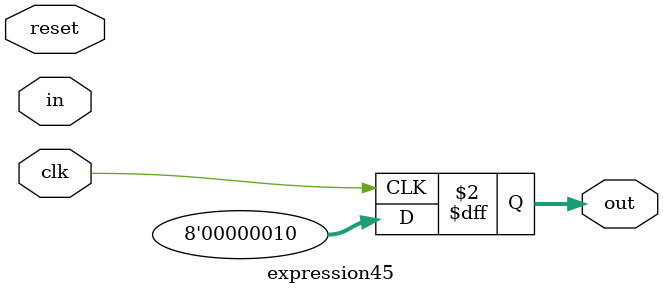
<source format=v>
module expression45
  #(parameter integer WIDTH = 8)
  (input wire             reset,
   input wire             clk,
   input wire [WIDTH-1:0] in,
   output reg [WIDTH-1:0] out);

   always @(posedge clk) out <= 2;

endmodule

</source>
